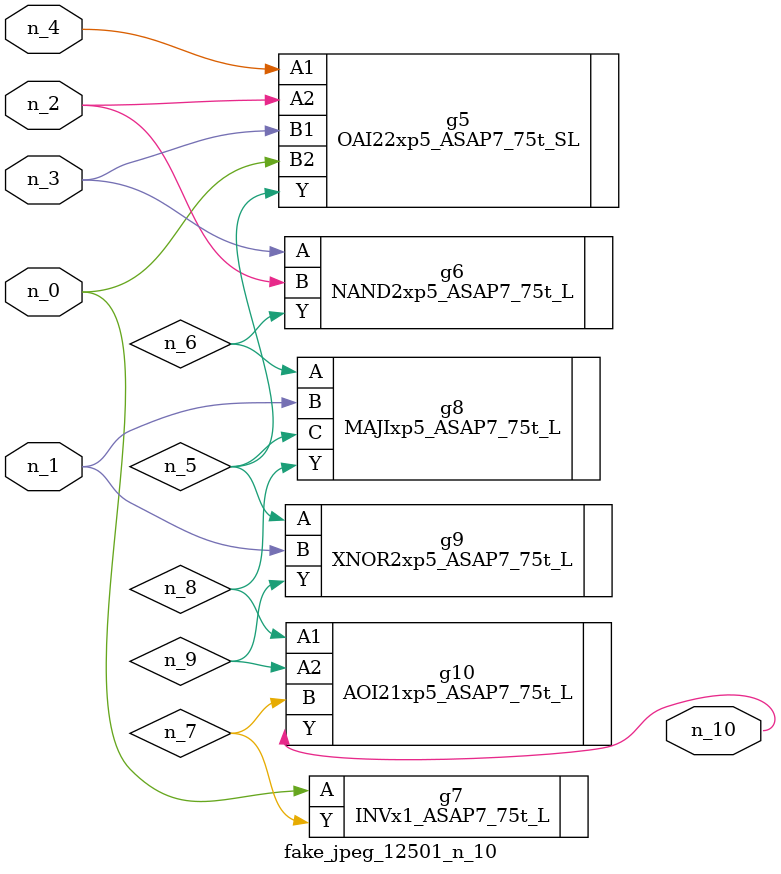
<source format=v>
module fake_jpeg_12501_n_10 (n_3, n_2, n_1, n_0, n_4, n_10);

input n_3;
input n_2;
input n_1;
input n_0;
input n_4;

output n_10;

wire n_8;
wire n_9;
wire n_6;
wire n_5;
wire n_7;

OAI22xp5_ASAP7_75t_SL g5 ( 
.A1(n_4),
.A2(n_2),
.B1(n_3),
.B2(n_0),
.Y(n_5)
);

NAND2xp5_ASAP7_75t_L g6 ( 
.A(n_3),
.B(n_2),
.Y(n_6)
);

INVx1_ASAP7_75t_L g7 ( 
.A(n_0),
.Y(n_7)
);

MAJIxp5_ASAP7_75t_L g8 ( 
.A(n_6),
.B(n_1),
.C(n_5),
.Y(n_8)
);

AOI21xp5_ASAP7_75t_L g10 ( 
.A1(n_8),
.A2(n_9),
.B(n_7),
.Y(n_10)
);

XNOR2xp5_ASAP7_75t_L g9 ( 
.A(n_5),
.B(n_1),
.Y(n_9)
);


endmodule
</source>
